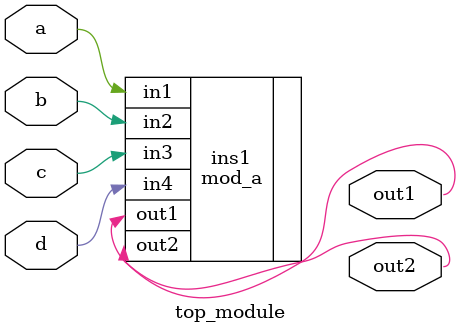
<source format=v>


module top_module ( 
    input a, 
    input b, 
    input c,
    input d,
    output out1,
    output out2
);

    mod_a  ins1 (.out1(out1), .out2(out2), .in1(a), .in2(b), .in3(c) , .in4(d));    
    
endmodule

</source>
